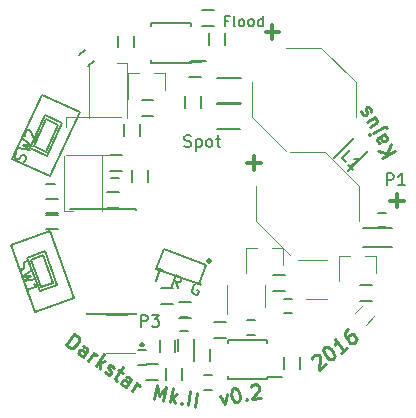
<source format=gto>
G04 #@! TF.FileFunction,Legend,Top*
%FSLAX46Y46*%
G04 Gerber Fmt 4.6, Leading zero omitted, Abs format (unit mm)*
G04 Created by KiCad (PCBNEW 4.0.6) date Mon May 22 20:15:38 2017*
%MOMM*%
%LPD*%
G01*
G04 APERTURE LIST*
%ADD10C,0.100000*%
%ADD11C,0.200000*%
%ADD12C,0.250000*%
%ADD13C,0.300000*%
%ADD14C,0.150000*%
%ADD15C,0.120000*%
G04 APERTURE END LIST*
D10*
D11*
X136947164Y-114609080D02*
X137484132Y-114804520D01*
X136873627Y-115646492D02*
X137215648Y-114706799D01*
X138708266Y-116314246D02*
X138557902Y-115752766D01*
X138171299Y-116118806D02*
X138513319Y-115179113D01*
X138871298Y-115309407D01*
X138944505Y-115386727D01*
X138972966Y-115447761D01*
X138985140Y-115553542D01*
X138936280Y-115687784D01*
X138858959Y-115760992D01*
X138797926Y-115789452D01*
X138692144Y-115801626D01*
X138334166Y-115671333D01*
X140644902Y-116005621D02*
X140571694Y-115928300D01*
X140437452Y-115879440D01*
X140286923Y-115875327D01*
X140164855Y-115932249D01*
X140087535Y-116005456D01*
X139977641Y-116168159D01*
X139928781Y-116302401D01*
X139908381Y-116497677D01*
X139920555Y-116603458D01*
X139977476Y-116725526D01*
X140095432Y-116819133D01*
X140184927Y-116851706D01*
X140335455Y-116855819D01*
X140396489Y-116827359D01*
X140510495Y-116514128D01*
X140331507Y-116448981D01*
X142943428Y-93661714D02*
X142643428Y-93661714D01*
X142643428Y-94133143D02*
X142643428Y-93233143D01*
X143071999Y-93233143D01*
X143543428Y-94133143D02*
X143457714Y-94090286D01*
X143414857Y-94004571D01*
X143414857Y-93233143D01*
X144014857Y-94133143D02*
X143929143Y-94090286D01*
X143886286Y-94047429D01*
X143843429Y-93961714D01*
X143843429Y-93704571D01*
X143886286Y-93618857D01*
X143929143Y-93576000D01*
X144014857Y-93533143D01*
X144143429Y-93533143D01*
X144229143Y-93576000D01*
X144272000Y-93618857D01*
X144314857Y-93704571D01*
X144314857Y-93961714D01*
X144272000Y-94047429D01*
X144229143Y-94090286D01*
X144143429Y-94133143D01*
X144014857Y-94133143D01*
X144829143Y-94133143D02*
X144743429Y-94090286D01*
X144700572Y-94047429D01*
X144657715Y-93961714D01*
X144657715Y-93704571D01*
X144700572Y-93618857D01*
X144743429Y-93576000D01*
X144829143Y-93533143D01*
X144957715Y-93533143D01*
X145043429Y-93576000D01*
X145086286Y-93618857D01*
X145129143Y-93704571D01*
X145129143Y-93961714D01*
X145086286Y-94047429D01*
X145043429Y-94090286D01*
X144957715Y-94133143D01*
X144829143Y-94133143D01*
X145900572Y-94133143D02*
X145900572Y-93233143D01*
X145900572Y-94090286D02*
X145814858Y-94133143D01*
X145643429Y-94133143D01*
X145557715Y-94090286D01*
X145514858Y-94047429D01*
X145472001Y-93961714D01*
X145472001Y-93704571D01*
X145514858Y-93618857D01*
X145557715Y-93576000D01*
X145643429Y-93533143D01*
X145814858Y-93533143D01*
X145900572Y-93576000D01*
X139239809Y-104290762D02*
X139382666Y-104338381D01*
X139620762Y-104338381D01*
X139716000Y-104290762D01*
X139763619Y-104243143D01*
X139811238Y-104147905D01*
X139811238Y-104052667D01*
X139763619Y-103957429D01*
X139716000Y-103909810D01*
X139620762Y-103862190D01*
X139430285Y-103814571D01*
X139335047Y-103766952D01*
X139287428Y-103719333D01*
X139239809Y-103624095D01*
X139239809Y-103528857D01*
X139287428Y-103433619D01*
X139335047Y-103386000D01*
X139430285Y-103338381D01*
X139668381Y-103338381D01*
X139811238Y-103386000D01*
X140239809Y-103671714D02*
X140239809Y-104671714D01*
X140239809Y-103719333D02*
X140335047Y-103671714D01*
X140525524Y-103671714D01*
X140620762Y-103719333D01*
X140668381Y-103766952D01*
X140716000Y-103862190D01*
X140716000Y-104147905D01*
X140668381Y-104243143D01*
X140620762Y-104290762D01*
X140525524Y-104338381D01*
X140335047Y-104338381D01*
X140239809Y-104290762D01*
X141287428Y-104338381D02*
X141192190Y-104290762D01*
X141144571Y-104243143D01*
X141096952Y-104147905D01*
X141096952Y-103862190D01*
X141144571Y-103766952D01*
X141192190Y-103719333D01*
X141287428Y-103671714D01*
X141430286Y-103671714D01*
X141525524Y-103719333D01*
X141573143Y-103766952D01*
X141620762Y-103862190D01*
X141620762Y-104147905D01*
X141573143Y-104243143D01*
X141525524Y-104290762D01*
X141430286Y-104338381D01*
X141287428Y-104338381D01*
X141906476Y-103671714D02*
X142287428Y-103671714D01*
X142049333Y-103338381D02*
X142049333Y-104195524D01*
X142096952Y-104290762D01*
X142192190Y-104338381D01*
X142287428Y-104338381D01*
D12*
X150007488Y-122311632D02*
X150018036Y-122231511D01*
X150073919Y-122116603D01*
X150300591Y-121942672D01*
X150426047Y-121918433D01*
X150506168Y-121928982D01*
X150621076Y-121984864D01*
X150690648Y-122075533D01*
X150749673Y-122246323D01*
X150623095Y-123207773D01*
X151212443Y-122755550D01*
X151071278Y-121351303D02*
X151161946Y-121281731D01*
X151287402Y-121257493D01*
X151367523Y-121268041D01*
X151482430Y-121323923D01*
X151666910Y-121470475D01*
X151840842Y-121697147D01*
X151934653Y-121913272D01*
X151958891Y-122038726D01*
X151948343Y-122118847D01*
X151892460Y-122233755D01*
X151801792Y-122303327D01*
X151676336Y-122327566D01*
X151596215Y-122317017D01*
X151481308Y-122261135D01*
X151296828Y-122114584D01*
X151122896Y-121887911D01*
X151029085Y-121671787D01*
X151004847Y-121546332D01*
X151015395Y-121466211D01*
X151071278Y-121351303D01*
X153025822Y-121364095D02*
X152481808Y-121781532D01*
X152753816Y-121572813D02*
X152023302Y-120620789D01*
X152036992Y-120826366D01*
X152015895Y-120986607D01*
X151960012Y-121101515D01*
X153111329Y-119785917D02*
X152929991Y-119925062D01*
X152874108Y-120039970D01*
X152863560Y-120120091D01*
X152877250Y-120325667D01*
X152971061Y-120541791D01*
X153249352Y-120904467D01*
X153364259Y-120960349D01*
X153444380Y-120970897D01*
X153569836Y-120946659D01*
X153751173Y-120807514D01*
X153807056Y-120692606D01*
X153817604Y-120612485D01*
X153793366Y-120487031D01*
X153619434Y-120260358D01*
X153504527Y-120204476D01*
X153424406Y-120193928D01*
X153298951Y-120218166D01*
X153117613Y-120357311D01*
X153061730Y-120472219D01*
X153051182Y-120552340D01*
X153075420Y-120677794D01*
X157045842Y-104709084D02*
X156006612Y-105309084D01*
X156702985Y-104115238D02*
X156366282Y-104903479D01*
X155663754Y-104715238D02*
X156600458Y-104966227D01*
X156188699Y-103224469D02*
X155644341Y-103538754D01*
X155573938Y-103645385D01*
X155581594Y-103772931D01*
X155695879Y-103970879D01*
X155802509Y-104041282D01*
X156139212Y-103253040D02*
X156245842Y-103323444D01*
X156388699Y-103570879D01*
X156396355Y-103698425D01*
X156325953Y-103805055D01*
X156226978Y-103862198D01*
X156099432Y-103869854D01*
X155992802Y-103799451D01*
X155849945Y-103552015D01*
X155743315Y-103481612D01*
X155210165Y-103129598D02*
X156100935Y-102615312D01*
X156228480Y-102607657D01*
X156335110Y-102678059D01*
X156363681Y-102727546D01*
X154863755Y-103329598D02*
X154941814Y-103350514D01*
X154962730Y-103272455D01*
X154884671Y-103251539D01*
X154863755Y-103329598D01*
X154962730Y-103272455D01*
X154667308Y-102189341D02*
X155360128Y-101789341D01*
X154924451Y-102634726D02*
X155468810Y-102320440D01*
X155539212Y-102213810D01*
X155531556Y-102086264D01*
X155445842Y-101937803D01*
X155339212Y-101867400D01*
X155261153Y-101846484D01*
X155053498Y-101372529D02*
X155045842Y-101244983D01*
X154931556Y-101047033D01*
X154824927Y-100976631D01*
X154697381Y-100984286D01*
X154647894Y-101012858D01*
X154577491Y-101119488D01*
X154585146Y-101247033D01*
X154670861Y-101395495D01*
X154678517Y-101523041D01*
X154608114Y-101629671D01*
X154558627Y-101658243D01*
X154431081Y-101665898D01*
X154324451Y-101595495D01*
X154238736Y-101447033D01*
X154231081Y-101319488D01*
D13*
X141340000Y-113925714D02*
X141411428Y-113997143D01*
X141340000Y-114068571D01*
X141268571Y-113997143D01*
X141340000Y-113925714D01*
X141340000Y-114068571D01*
X135660000Y-120995714D02*
X135731428Y-121067143D01*
X135660000Y-121138571D01*
X135588571Y-121067143D01*
X135660000Y-120995714D01*
X135660000Y-121138571D01*
X146118572Y-94617143D02*
X147261429Y-94617143D01*
X146690000Y-95188571D02*
X146690000Y-94045714D01*
X144548572Y-105677143D02*
X145691429Y-105677143D01*
X145120000Y-106248571D02*
X145120000Y-105105714D01*
X156668572Y-108877143D02*
X157811429Y-108877143D01*
X157240000Y-109448571D02*
X157240000Y-108305714D01*
D12*
X142247106Y-125384446D02*
X142667398Y-126122679D01*
X142809853Y-125285219D01*
X143415691Y-124772222D02*
X143528240Y-124752377D01*
X143650713Y-124788806D01*
X143716910Y-124835158D01*
X143793031Y-124937785D01*
X143888996Y-125152961D01*
X143938610Y-125434334D01*
X143922026Y-125669357D01*
X143885597Y-125791828D01*
X143839245Y-125858026D01*
X143736618Y-125934146D01*
X143624069Y-125953992D01*
X143501597Y-125917562D01*
X143435399Y-125871210D01*
X143359279Y-125768584D01*
X143263313Y-125553408D01*
X143213699Y-125272034D01*
X143230283Y-125037013D01*
X143266712Y-124914540D01*
X143313064Y-124848343D01*
X143415691Y-124772222D01*
X144504619Y-125682678D02*
X144570816Y-125729030D01*
X144524464Y-125795228D01*
X144458266Y-125748876D01*
X144504619Y-125682678D01*
X144524464Y-125795228D01*
X144842405Y-124636703D02*
X144888757Y-124570506D01*
X144991384Y-124494385D01*
X145272757Y-124444772D01*
X145395230Y-124481201D01*
X145461427Y-124527553D01*
X145537548Y-124630180D01*
X145557393Y-124742729D01*
X145530887Y-124921476D01*
X144974663Y-125715846D01*
X145706234Y-125586850D01*
X136679354Y-125711966D02*
X136887732Y-124530196D01*
X137132813Y-125443777D01*
X137675578Y-124669115D01*
X137467200Y-125850884D01*
X138029948Y-125950112D02*
X138238326Y-124768343D01*
X138221880Y-125519759D02*
X138480146Y-126029494D01*
X138619064Y-125241648D02*
X138089484Y-125612464D01*
X139006464Y-126006249D02*
X139052816Y-126072447D01*
X138986619Y-126118799D01*
X138940266Y-126052601D01*
X139006464Y-126006249D01*
X138986619Y-126118799D01*
X139549366Y-126218026D02*
X139757744Y-125036257D01*
X140112114Y-126317254D02*
X140320492Y-125135485D01*
X129246704Y-121141747D02*
X129934996Y-120158764D01*
X130169040Y-120322644D01*
X130276690Y-120467779D01*
X130304756Y-120626949D01*
X130286013Y-120753342D01*
X130201718Y-120973353D01*
X130103391Y-121113778D01*
X129925479Y-121268238D01*
X129813119Y-121329079D01*
X129653950Y-121357144D01*
X129480748Y-121305626D01*
X129246704Y-121141747D01*
X130650965Y-122125021D02*
X131011499Y-121610125D01*
X131030242Y-121483732D01*
X130969400Y-121371371D01*
X130782165Y-121240269D01*
X130655772Y-121221526D01*
X130683741Y-122078212D02*
X130557348Y-122059469D01*
X130323304Y-121895590D01*
X130262463Y-121783230D01*
X130281205Y-121656837D01*
X130346757Y-121563219D01*
X130459117Y-121502378D01*
X130585511Y-121521121D01*
X130819554Y-121684999D01*
X130945947Y-121703742D01*
X131119052Y-122452778D02*
X131577913Y-121797457D01*
X131446809Y-121984692D02*
X131559170Y-121923850D01*
X131638754Y-121909817D01*
X131765148Y-121928560D01*
X131858765Y-121994111D01*
X131727564Y-122878864D02*
X132415856Y-121895881D01*
X132083388Y-122569946D02*
X132102034Y-123141070D01*
X132560895Y-122485748D02*
X131924219Y-122598012D01*
X132509280Y-123356468D02*
X132570121Y-123468828D01*
X132757356Y-123599932D01*
X132883749Y-123618674D01*
X132996109Y-123557833D01*
X133028885Y-123511024D01*
X133047628Y-123384631D01*
X132986787Y-123272271D01*
X132846361Y-123173943D01*
X132785519Y-123061583D01*
X132804261Y-122935190D01*
X132837037Y-122888381D01*
X132949398Y-122827540D01*
X133075791Y-122846283D01*
X133216218Y-122944610D01*
X133277059Y-123056970D01*
X133637496Y-123239592D02*
X134011966Y-123501799D01*
X134007352Y-123010259D02*
X133417388Y-123852816D01*
X133398645Y-123979208D01*
X133459487Y-124091569D01*
X133553105Y-124157121D01*
X134302043Y-124681533D02*
X134662576Y-124166638D01*
X134681319Y-124040244D01*
X134620478Y-123927884D01*
X134433243Y-123796781D01*
X134306850Y-123778038D01*
X134334819Y-124634724D02*
X134208425Y-124615981D01*
X133974382Y-124452102D01*
X133913540Y-124339742D01*
X133932283Y-124213349D01*
X133997835Y-124119731D01*
X134110195Y-124058890D01*
X134236589Y-124077633D01*
X134470632Y-124241512D01*
X134597025Y-124260254D01*
X134770129Y-125009291D02*
X135228991Y-124353969D01*
X135097887Y-124541204D02*
X135210248Y-124480362D01*
X135289832Y-124466329D01*
X135416226Y-124485072D01*
X135509843Y-124550624D01*
D14*
X146265000Y-124015000D02*
X146265000Y-123840000D01*
X142915000Y-124015000D02*
X142915000Y-123765000D01*
X142915000Y-120665000D02*
X142915000Y-120915000D01*
X146265000Y-120665000D02*
X146265000Y-120915000D01*
X146265000Y-124015000D02*
X142915000Y-124015000D01*
X146265000Y-120665000D02*
X142915000Y-120665000D01*
X146265000Y-123840000D02*
X147515000Y-123840000D01*
X127302970Y-113506698D02*
X128158021Y-115855930D01*
X128158021Y-115855930D02*
X127124359Y-116232152D01*
X127124359Y-116232152D02*
X126269308Y-113882920D01*
X126269308Y-113882920D02*
X127302970Y-113506698D01*
X125948880Y-113733502D02*
X126974941Y-116552580D01*
X127452388Y-113186270D02*
X128478449Y-116005348D01*
X128478449Y-116005348D02*
X126974941Y-116552580D01*
X127452388Y-113186270D02*
X125948880Y-113733502D01*
X124543142Y-112648882D02*
X126595263Y-118287038D01*
X127832066Y-111451812D02*
X129884187Y-117089968D01*
X127832066Y-111451812D02*
X124543142Y-112648882D01*
X129884187Y-117089968D02*
X126595263Y-118287038D01*
D15*
X137610000Y-98090000D02*
X136680000Y-98090000D01*
X134450000Y-98090000D02*
X135380000Y-98090000D01*
X134450000Y-98090000D02*
X134450000Y-100250000D01*
X137610000Y-98090000D02*
X137610000Y-99550000D01*
D14*
X145250000Y-120220000D02*
X144550000Y-120220000D01*
X144550000Y-119020000D02*
X145250000Y-119020000D01*
X149025000Y-122120000D02*
X149025000Y-123120000D01*
X147675000Y-123120000D02*
X147675000Y-122120000D01*
X154402000Y-112814000D02*
X156802000Y-112814000D01*
X154402000Y-111214000D02*
X156802000Y-111214000D01*
X153062447Y-106386924D02*
X154759503Y-104689868D01*
X151931076Y-105255553D02*
X153628132Y-103558497D01*
X130965000Y-109590000D02*
X130965000Y-109615000D01*
X135115000Y-109590000D02*
X135115000Y-109705000D01*
X135115000Y-118490000D02*
X135115000Y-118375000D01*
X130965000Y-118490000D02*
X130965000Y-118375000D01*
X130965000Y-109590000D02*
X135115000Y-109590000D01*
X130965000Y-118490000D02*
X135115000Y-118490000D01*
X130965000Y-109615000D02*
X129590000Y-109615000D01*
D15*
X155504000Y-113540000D02*
X154574000Y-113540000D01*
X152344000Y-113540000D02*
X153274000Y-113540000D01*
X152344000Y-113540000D02*
X152344000Y-115700000D01*
X155504000Y-113540000D02*
X155504000Y-115000000D01*
X147590000Y-112870000D02*
X146660000Y-112870000D01*
X144430000Y-112870000D02*
X145360000Y-112870000D01*
X144430000Y-112870000D02*
X144430000Y-115030000D01*
X147590000Y-112870000D02*
X147590000Y-114330000D01*
D14*
X143980000Y-102845000D02*
X141980000Y-102845000D01*
X141980000Y-100695000D02*
X143980000Y-100695000D01*
X144002000Y-100643000D02*
X142002000Y-100643000D01*
X142002000Y-98493000D02*
X144002000Y-98493000D01*
X126497331Y-104271189D02*
X127553877Y-102005419D01*
X127553877Y-102005419D02*
X128550815Y-102470300D01*
X128550815Y-102470300D02*
X127494270Y-104736069D01*
X127494270Y-104736069D02*
X126497331Y-104271189D01*
X127615192Y-105068301D02*
X128883047Y-102349377D01*
X126165100Y-104392111D02*
X127432954Y-101673188D01*
X127432954Y-101673188D02*
X128883047Y-102349377D01*
X126165100Y-104392111D02*
X127615192Y-105068301D01*
X127842257Y-106829250D02*
X130377967Y-101391403D01*
X124670180Y-105350086D02*
X127205889Y-99912239D01*
X124670180Y-105350086D02*
X127842257Y-106829250D01*
X127205889Y-99912239D02*
X130377967Y-101391403D01*
D15*
X149510000Y-117170000D02*
X151310000Y-117170000D01*
X151310000Y-113950000D02*
X148860000Y-113950000D01*
X146090000Y-117860000D02*
X146090000Y-116060000D01*
X142870000Y-116060000D02*
X142870000Y-118510000D01*
D14*
X139795000Y-97195000D02*
X139795000Y-97020000D01*
X136445000Y-97195000D02*
X136445000Y-96945000D01*
X136445000Y-93845000D02*
X136445000Y-94095000D01*
X139795000Y-93845000D02*
X139795000Y-94095000D01*
X139795000Y-97195000D02*
X136445000Y-97195000D01*
X139795000Y-93845000D02*
X136445000Y-93845000D01*
X139795000Y-97020000D02*
X141045000Y-97020000D01*
D15*
X131160000Y-101860000D02*
X131160000Y-97210000D01*
X134360000Y-101860000D02*
X134360000Y-97210000D01*
X134360000Y-97210000D02*
X133560000Y-97210000D01*
X133880000Y-105020000D02*
X129230000Y-105020000D01*
X133880000Y-101820000D02*
X129230000Y-101820000D01*
X129230000Y-101820000D02*
X129230000Y-102620000D01*
X145275938Y-110604924D02*
X145275938Y-107635076D01*
X151144924Y-104735938D02*
X148175076Y-104735938D01*
X151144924Y-104735938D02*
X154044062Y-107635076D01*
X154044062Y-107635076D02*
X154044062Y-110604924D01*
X148175076Y-113504062D02*
X145275938Y-110604924D01*
X144967938Y-101814924D02*
X144967938Y-98845076D01*
X150836924Y-95945938D02*
X147867076Y-95945938D01*
X150836924Y-95945938D02*
X153736062Y-98845076D01*
X153736062Y-98845076D02*
X153736062Y-101814924D01*
X147867076Y-104714062D02*
X144967938Y-101814924D01*
X134400000Y-118530000D02*
X132600000Y-118530000D01*
X132600000Y-121750000D02*
X135050000Y-121750000D01*
X132240000Y-105070000D02*
X132240000Y-109720000D01*
X129040000Y-105070000D02*
X129040000Y-109720000D01*
X129040000Y-109720000D02*
X129840000Y-109720000D01*
D14*
X155606000Y-109890000D02*
X156306000Y-109890000D01*
X156306000Y-111090000D02*
X155606000Y-111090000D01*
X135990000Y-122760000D02*
X135290000Y-122760000D01*
X135290000Y-121560000D02*
X135990000Y-121560000D01*
X128260000Y-108710000D02*
X127560000Y-108710000D01*
X127560000Y-107510000D02*
X128260000Y-107510000D01*
X133010000Y-106950000D02*
X133710000Y-106950000D01*
X133710000Y-108150000D02*
X133010000Y-108150000D01*
X138860000Y-118760000D02*
X139560000Y-118760000D01*
X139560000Y-119960000D02*
X138860000Y-119960000D01*
X148360000Y-118400000D02*
X147660000Y-118400000D01*
X147660000Y-117200000D02*
X148360000Y-117200000D01*
X131623788Y-97054651D02*
X131087557Y-97504602D01*
X130316212Y-96585349D02*
X130852443Y-96135398D01*
X137135000Y-121690000D02*
X137135000Y-120690000D01*
X138485000Y-120690000D02*
X138485000Y-121690000D01*
X136010000Y-122725000D02*
X137010000Y-122725000D01*
X137010000Y-124075000D02*
X136010000Y-124075000D01*
X139015000Y-123050000D02*
X139015000Y-124050000D01*
X137665000Y-124050000D02*
X137665000Y-123050000D01*
X134795000Y-107330000D02*
X134795000Y-106330000D01*
X136145000Y-106330000D02*
X136145000Y-107330000D01*
X133720000Y-109505000D02*
X132720000Y-109505000D01*
X132720000Y-108155000D02*
X133720000Y-108155000D01*
X135610000Y-100335000D02*
X136610000Y-100335000D01*
X136610000Y-101685000D02*
X135610000Y-101685000D01*
X138300000Y-117615000D02*
X137300000Y-117615000D01*
X137300000Y-116265000D02*
X138300000Y-116265000D01*
X139770000Y-118795000D02*
X138770000Y-118795000D01*
X138770000Y-117445000D02*
X139770000Y-117445000D01*
X140045000Y-120630000D02*
X140045000Y-121630000D01*
X138695000Y-121630000D02*
X138695000Y-120630000D01*
X135515000Y-102390000D02*
X135515000Y-103390000D01*
X134165000Y-103390000D02*
X134165000Y-102390000D01*
X132960000Y-105045000D02*
X133960000Y-105045000D01*
X133960000Y-106395000D02*
X132960000Y-106395000D01*
X127500000Y-109965000D02*
X128500000Y-109965000D01*
X128500000Y-111315000D02*
X127500000Y-111315000D01*
X127520000Y-108725000D02*
X128520000Y-108725000D01*
X128520000Y-110075000D02*
X127520000Y-110075000D01*
X141740000Y-94125000D02*
X140740000Y-94125000D01*
X140740000Y-92775000D02*
X141740000Y-92775000D01*
X142665000Y-94670000D02*
X142665000Y-95670000D01*
X141315000Y-95670000D02*
X141315000Y-94670000D01*
X134975000Y-94910000D02*
X134975000Y-95910000D01*
X133625000Y-95910000D02*
X133625000Y-94910000D01*
X139640000Y-97105000D02*
X140640000Y-97105000D01*
X140640000Y-98455000D02*
X139640000Y-98455000D01*
X141405000Y-121470000D02*
X141405000Y-122470000D01*
X140055000Y-122470000D02*
X140055000Y-121470000D01*
X140615000Y-100000000D02*
X140615000Y-101000000D01*
X139265000Y-101000000D02*
X139265000Y-100000000D01*
X141780000Y-119175000D02*
X142780000Y-119175000D01*
X142780000Y-120525000D02*
X141780000Y-120525000D01*
X154090000Y-116015000D02*
X155090000Y-116015000D01*
X155090000Y-117365000D02*
X154090000Y-117365000D01*
X146740000Y-115205000D02*
X147740000Y-115205000D01*
X147740000Y-116555000D02*
X146740000Y-116555000D01*
X141560000Y-124880000D02*
X140860000Y-124880000D01*
X140860000Y-123680000D02*
X141560000Y-123680000D01*
X141064170Y-114296162D02*
X137483941Y-112993065D01*
X137483941Y-112993065D02*
X136875830Y-114663838D01*
X136875830Y-114663838D02*
X140456059Y-115966935D01*
X141064170Y-114296162D02*
X140456059Y-115966935D01*
D15*
X155317186Y-118679239D02*
X154610079Y-119386346D01*
X153648414Y-118424681D02*
X154355521Y-117717574D01*
D14*
X125163621Y-114225514D02*
X125167734Y-114376042D01*
X125249168Y-114599779D01*
X125326488Y-114672987D01*
X125387522Y-114701447D01*
X125493303Y-114713621D01*
X125582798Y-114681048D01*
X125656006Y-114603727D01*
X125684466Y-114542693D01*
X125696641Y-114436912D01*
X125676241Y-114241636D01*
X125688415Y-114135854D01*
X125716876Y-114074821D01*
X125790083Y-113997500D01*
X125879578Y-113964927D01*
X125985359Y-113977101D01*
X126046393Y-114005561D01*
X126123713Y-114078769D01*
X126205147Y-114302506D01*
X126209260Y-114453034D01*
X126368014Y-114749978D02*
X125509754Y-115315735D01*
X126246111Y-115250424D01*
X125640048Y-115673713D01*
X126661174Y-115555429D01*
X126030928Y-116747648D02*
X125835488Y-116210680D01*
X125933208Y-116479163D02*
X126872900Y-116137143D01*
X126706085Y-116096509D01*
X126584018Y-116039588D01*
X126506697Y-115966380D01*
X125653348Y-105649470D02*
X125756880Y-105540122D01*
X125857503Y-105324334D01*
X125854595Y-105217894D01*
X125831562Y-105154612D01*
X125765372Y-105071205D01*
X125679057Y-105030956D01*
X125572617Y-105033864D01*
X125509335Y-105056897D01*
X125425928Y-105123087D01*
X125302271Y-105275593D01*
X125218864Y-105341783D01*
X125155582Y-105364816D01*
X125049143Y-105367724D01*
X124962828Y-105327475D01*
X124896637Y-105244068D01*
X124873605Y-105180786D01*
X124870696Y-105074346D01*
X124971320Y-104858558D01*
X125074852Y-104749210D01*
X125172567Y-104426983D02*
X126179498Y-104633814D01*
X125612634Y-104159313D01*
X126340495Y-104288554D01*
X125534811Y-103650148D01*
X125761999Y-103388295D02*
X125738966Y-103325013D01*
X125736058Y-103218573D01*
X125836681Y-103002785D01*
X125920088Y-102936595D01*
X125983370Y-102913562D01*
X126089810Y-102910654D01*
X126176125Y-102950903D01*
X126285473Y-103054435D01*
X126561867Y-103813822D01*
X126823488Y-103252773D01*
X152899223Y-105645076D02*
X152562505Y-105308358D01*
X153269612Y-104601251D01*
X153505314Y-106251168D02*
X153101253Y-105847106D01*
X153303283Y-106049137D02*
X154010390Y-105342030D01*
X153842031Y-105375702D01*
X153707345Y-105375702D01*
X153606329Y-105342030D01*
X135551905Y-119562381D02*
X135551905Y-118562381D01*
X135932858Y-118562381D01*
X136028096Y-118610000D01*
X136075715Y-118657619D01*
X136123334Y-118752857D01*
X136123334Y-118895714D01*
X136075715Y-118990952D01*
X136028096Y-119038571D01*
X135932858Y-119086190D01*
X135551905Y-119086190D01*
X136456667Y-118562381D02*
X137075715Y-118562381D01*
X136742381Y-118943333D01*
X136885239Y-118943333D01*
X136980477Y-118990952D01*
X137028096Y-119038571D01*
X137075715Y-119133810D01*
X137075715Y-119371905D01*
X137028096Y-119467143D01*
X136980477Y-119514762D01*
X136885239Y-119562381D01*
X136599524Y-119562381D01*
X136504286Y-119514762D01*
X136456667Y-119467143D01*
X156391905Y-107582381D02*
X156391905Y-106582381D01*
X156772858Y-106582381D01*
X156868096Y-106630000D01*
X156915715Y-106677619D01*
X156963334Y-106772857D01*
X156963334Y-106915714D01*
X156915715Y-107010952D01*
X156868096Y-107058571D01*
X156772858Y-107106190D01*
X156391905Y-107106190D01*
X157915715Y-107582381D02*
X157344286Y-107582381D01*
X157630000Y-107582381D02*
X157630000Y-106582381D01*
X157534762Y-106725238D01*
X157439524Y-106820476D01*
X157344286Y-106868095D01*
M02*

</source>
